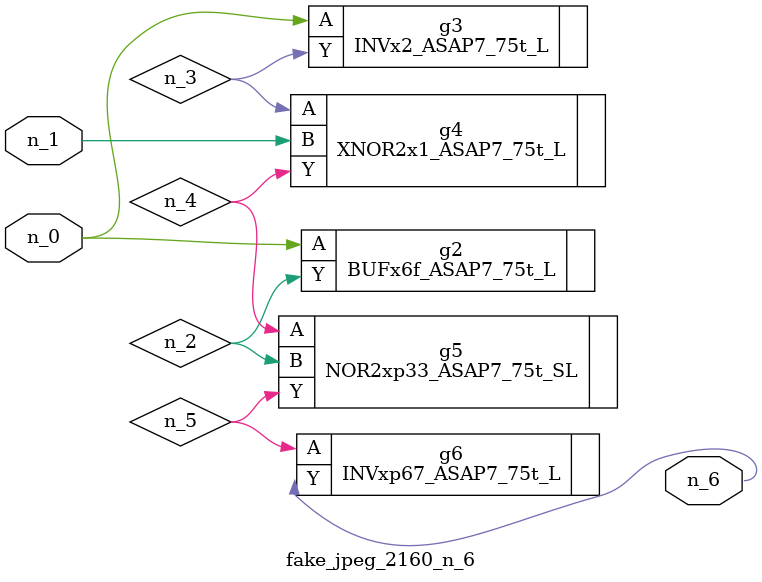
<source format=v>
module fake_jpeg_2160_n_6 (n_0, n_1, n_6);

input n_0;
input n_1;

output n_6;

wire n_2;
wire n_3;
wire n_4;
wire n_5;

BUFx6f_ASAP7_75t_L g2 ( 
.A(n_0),
.Y(n_2)
);

INVx2_ASAP7_75t_L g3 ( 
.A(n_0),
.Y(n_3)
);

XNOR2x1_ASAP7_75t_L g4 ( 
.A(n_3),
.B(n_1),
.Y(n_4)
);

NOR2xp33_ASAP7_75t_SL g5 ( 
.A(n_4),
.B(n_2),
.Y(n_5)
);

INVxp67_ASAP7_75t_L g6 ( 
.A(n_5),
.Y(n_6)
);


endmodule
</source>
